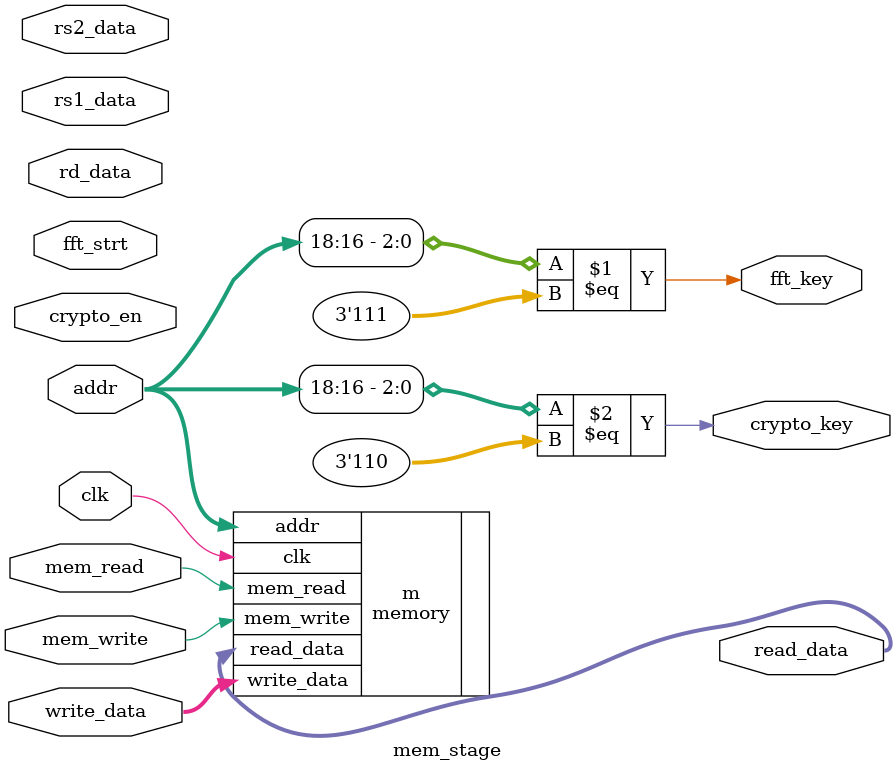
<source format=v>
module mem_stage(
input clk,
input [18:0] addr,
input [18:0] write_data,
input fft_strt,crypto_en,
input [18:0] rs1_data,rs2_data,rd_data,
input mem_write,
input mem_read,
output [18:0] read_data,
output fft_key,
output crypto_key
    );
memory m(.clk(clk),.mem_write(mem_write),.mem_read(mem_read),.addr(addr),.write_data(write_data),.read_data(read_data));
fft_unit fft(
    .start(fft_start),
    .input_addr(rs2_data[18:0]),
    .mem_addr(rd_data[9:0]),
    .mem_data_in(mem_read_data),
    .mem_data_out(mem_write_data)
);
crypto_unit aes(
    .start(crypto_start),
    .input_addr(rs2_data[9:0]),
    .result_addr(rd_data[9:0]),
    .mem_data_in(mem_read_data),
    .mem_data_out(mem_write_data)
);
assign fft_key = (addr[18:16] == 3'b111);
assign crypto_key = (addr[18:16] == 3'b110);

endmodule

</source>
